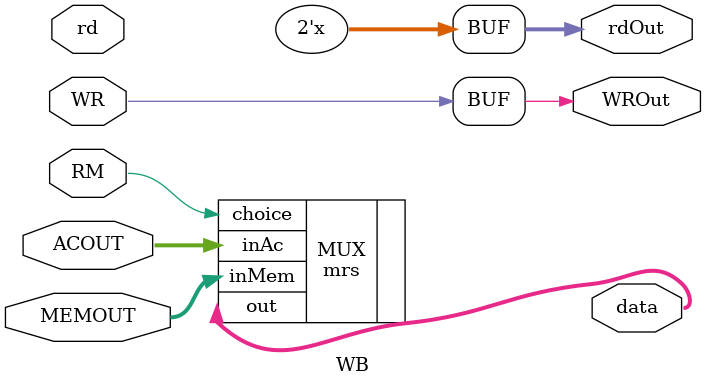
<source format=v>
`include "mrs.v"

module WB(
    WR,
    RM,
    ACOUT,
    MEMOUT,
    rd,
    data,
    WROut,
    rdOut
);

    input WR, RM;
    input [7:0] ACOUT;
    input [7:0] MEMOUT;
    input [1:0] rd;

    output wire [7:0] data;
    output reg WROut;
    output reg [1:0] rdOut;

    mrs MUX( //Mux Register Source
        .inAc(ACOUT),
        .inMem(MEMOUT),
        .choice(RM),
        .out(data)
    );

    always @(*)begin
        WROut = WR;
        rdOut = rdOut;
    end
endmodule
</source>
